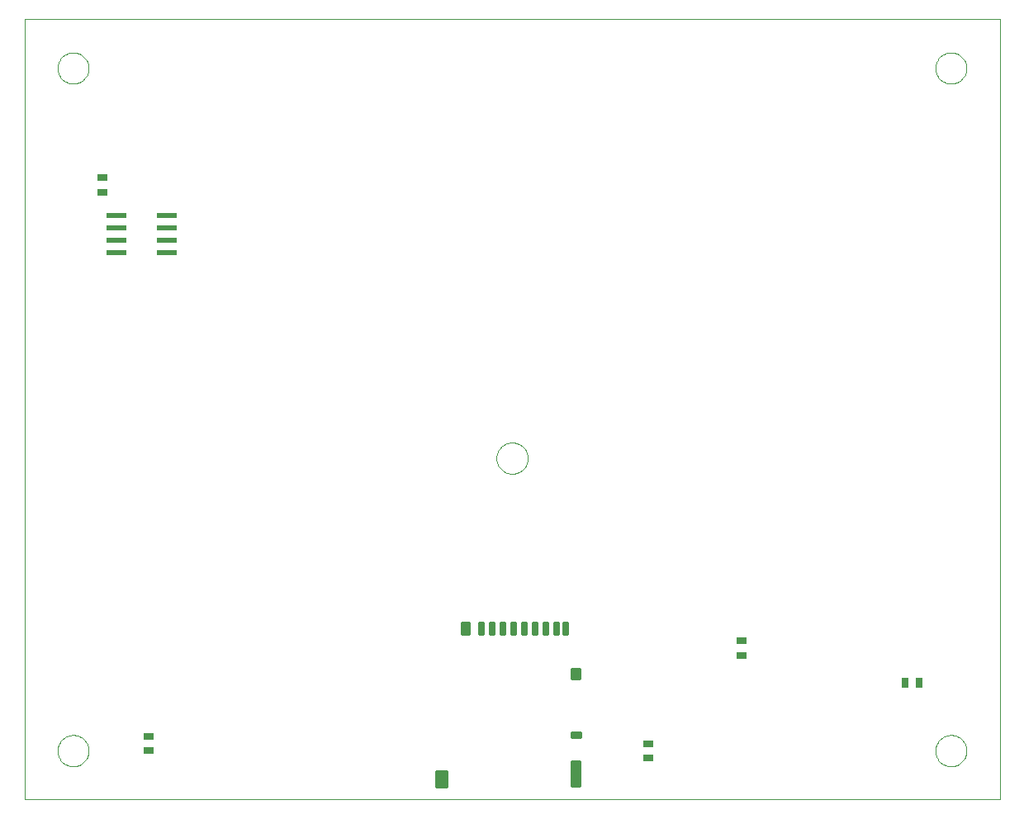
<source format=gbp>
G75*
%MOIN*%
%OFA0B0*%
%FSLAX24Y24*%
%IPPOS*%
%LPD*%
%AMOC8*
5,1,8,0,0,1.08239X$1,22.5*
%
%ADD10C,0.0000*%
%ADD11R,0.0394X0.0315*%
%ADD12C,0.0130*%
%ADD13C,0.0165*%
%ADD14C,0.0094*%
%ADD15C,0.0102*%
%ADD16C,0.0118*%
%ADD17R,0.0787X0.0236*%
%ADD18R,0.0315X0.0394*%
D10*
X000179Y000847D02*
X000179Y032343D01*
X039549Y032343D01*
X039549Y000847D01*
X000179Y000847D01*
X001517Y002816D02*
X001519Y002866D01*
X001525Y002916D01*
X001535Y002965D01*
X001549Y003013D01*
X001566Y003060D01*
X001587Y003105D01*
X001612Y003149D01*
X001640Y003190D01*
X001672Y003229D01*
X001706Y003266D01*
X001743Y003300D01*
X001783Y003330D01*
X001825Y003357D01*
X001869Y003381D01*
X001915Y003402D01*
X001962Y003418D01*
X002010Y003431D01*
X002060Y003440D01*
X002109Y003445D01*
X002160Y003446D01*
X002210Y003443D01*
X002259Y003436D01*
X002308Y003425D01*
X002356Y003410D01*
X002402Y003392D01*
X002447Y003370D01*
X002490Y003344D01*
X002531Y003315D01*
X002570Y003283D01*
X002606Y003248D01*
X002638Y003210D01*
X002668Y003170D01*
X002695Y003127D01*
X002718Y003083D01*
X002737Y003037D01*
X002753Y002989D01*
X002765Y002940D01*
X002773Y002891D01*
X002777Y002841D01*
X002777Y002791D01*
X002773Y002741D01*
X002765Y002692D01*
X002753Y002643D01*
X002737Y002595D01*
X002718Y002549D01*
X002695Y002505D01*
X002668Y002462D01*
X002638Y002422D01*
X002606Y002384D01*
X002570Y002349D01*
X002531Y002317D01*
X002490Y002288D01*
X002447Y002262D01*
X002402Y002240D01*
X002356Y002222D01*
X002308Y002207D01*
X002259Y002196D01*
X002210Y002189D01*
X002160Y002186D01*
X002109Y002187D01*
X002060Y002192D01*
X002010Y002201D01*
X001962Y002214D01*
X001915Y002230D01*
X001869Y002251D01*
X001825Y002275D01*
X001783Y002302D01*
X001743Y002332D01*
X001706Y002366D01*
X001672Y002403D01*
X001640Y002442D01*
X001612Y002483D01*
X001587Y002527D01*
X001566Y002572D01*
X001549Y002619D01*
X001535Y002667D01*
X001525Y002716D01*
X001519Y002766D01*
X001517Y002816D01*
X019234Y014627D02*
X019236Y014677D01*
X019242Y014727D01*
X019252Y014776D01*
X019266Y014824D01*
X019283Y014871D01*
X019304Y014916D01*
X019329Y014960D01*
X019357Y015001D01*
X019389Y015040D01*
X019423Y015077D01*
X019460Y015111D01*
X019500Y015141D01*
X019542Y015168D01*
X019586Y015192D01*
X019632Y015213D01*
X019679Y015229D01*
X019727Y015242D01*
X019777Y015251D01*
X019826Y015256D01*
X019877Y015257D01*
X019927Y015254D01*
X019976Y015247D01*
X020025Y015236D01*
X020073Y015221D01*
X020119Y015203D01*
X020164Y015181D01*
X020207Y015155D01*
X020248Y015126D01*
X020287Y015094D01*
X020323Y015059D01*
X020355Y015021D01*
X020385Y014981D01*
X020412Y014938D01*
X020435Y014894D01*
X020454Y014848D01*
X020470Y014800D01*
X020482Y014751D01*
X020490Y014702D01*
X020494Y014652D01*
X020494Y014602D01*
X020490Y014552D01*
X020482Y014503D01*
X020470Y014454D01*
X020454Y014406D01*
X020435Y014360D01*
X020412Y014316D01*
X020385Y014273D01*
X020355Y014233D01*
X020323Y014195D01*
X020287Y014160D01*
X020248Y014128D01*
X020207Y014099D01*
X020164Y014073D01*
X020119Y014051D01*
X020073Y014033D01*
X020025Y014018D01*
X019976Y014007D01*
X019927Y014000D01*
X019877Y013997D01*
X019826Y013998D01*
X019777Y014003D01*
X019727Y014012D01*
X019679Y014025D01*
X019632Y014041D01*
X019586Y014062D01*
X019542Y014086D01*
X019500Y014113D01*
X019460Y014143D01*
X019423Y014177D01*
X019389Y014214D01*
X019357Y014253D01*
X019329Y014294D01*
X019304Y014338D01*
X019283Y014383D01*
X019266Y014430D01*
X019252Y014478D01*
X019242Y014527D01*
X019236Y014577D01*
X019234Y014627D01*
X036950Y002816D02*
X036952Y002866D01*
X036958Y002916D01*
X036968Y002965D01*
X036982Y003013D01*
X036999Y003060D01*
X037020Y003105D01*
X037045Y003149D01*
X037073Y003190D01*
X037105Y003229D01*
X037139Y003266D01*
X037176Y003300D01*
X037216Y003330D01*
X037258Y003357D01*
X037302Y003381D01*
X037348Y003402D01*
X037395Y003418D01*
X037443Y003431D01*
X037493Y003440D01*
X037542Y003445D01*
X037593Y003446D01*
X037643Y003443D01*
X037692Y003436D01*
X037741Y003425D01*
X037789Y003410D01*
X037835Y003392D01*
X037880Y003370D01*
X037923Y003344D01*
X037964Y003315D01*
X038003Y003283D01*
X038039Y003248D01*
X038071Y003210D01*
X038101Y003170D01*
X038128Y003127D01*
X038151Y003083D01*
X038170Y003037D01*
X038186Y002989D01*
X038198Y002940D01*
X038206Y002891D01*
X038210Y002841D01*
X038210Y002791D01*
X038206Y002741D01*
X038198Y002692D01*
X038186Y002643D01*
X038170Y002595D01*
X038151Y002549D01*
X038128Y002505D01*
X038101Y002462D01*
X038071Y002422D01*
X038039Y002384D01*
X038003Y002349D01*
X037964Y002317D01*
X037923Y002288D01*
X037880Y002262D01*
X037835Y002240D01*
X037789Y002222D01*
X037741Y002207D01*
X037692Y002196D01*
X037643Y002189D01*
X037593Y002186D01*
X037542Y002187D01*
X037493Y002192D01*
X037443Y002201D01*
X037395Y002214D01*
X037348Y002230D01*
X037302Y002251D01*
X037258Y002275D01*
X037216Y002302D01*
X037176Y002332D01*
X037139Y002366D01*
X037105Y002403D01*
X037073Y002442D01*
X037045Y002483D01*
X037020Y002527D01*
X036999Y002572D01*
X036982Y002619D01*
X036968Y002667D01*
X036958Y002716D01*
X036952Y002766D01*
X036950Y002816D01*
X036950Y030375D02*
X036952Y030425D01*
X036958Y030475D01*
X036968Y030524D01*
X036982Y030572D01*
X036999Y030619D01*
X037020Y030664D01*
X037045Y030708D01*
X037073Y030749D01*
X037105Y030788D01*
X037139Y030825D01*
X037176Y030859D01*
X037216Y030889D01*
X037258Y030916D01*
X037302Y030940D01*
X037348Y030961D01*
X037395Y030977D01*
X037443Y030990D01*
X037493Y030999D01*
X037542Y031004D01*
X037593Y031005D01*
X037643Y031002D01*
X037692Y030995D01*
X037741Y030984D01*
X037789Y030969D01*
X037835Y030951D01*
X037880Y030929D01*
X037923Y030903D01*
X037964Y030874D01*
X038003Y030842D01*
X038039Y030807D01*
X038071Y030769D01*
X038101Y030729D01*
X038128Y030686D01*
X038151Y030642D01*
X038170Y030596D01*
X038186Y030548D01*
X038198Y030499D01*
X038206Y030450D01*
X038210Y030400D01*
X038210Y030350D01*
X038206Y030300D01*
X038198Y030251D01*
X038186Y030202D01*
X038170Y030154D01*
X038151Y030108D01*
X038128Y030064D01*
X038101Y030021D01*
X038071Y029981D01*
X038039Y029943D01*
X038003Y029908D01*
X037964Y029876D01*
X037923Y029847D01*
X037880Y029821D01*
X037835Y029799D01*
X037789Y029781D01*
X037741Y029766D01*
X037692Y029755D01*
X037643Y029748D01*
X037593Y029745D01*
X037542Y029746D01*
X037493Y029751D01*
X037443Y029760D01*
X037395Y029773D01*
X037348Y029789D01*
X037302Y029810D01*
X037258Y029834D01*
X037216Y029861D01*
X037176Y029891D01*
X037139Y029925D01*
X037105Y029962D01*
X037073Y030001D01*
X037045Y030042D01*
X037020Y030086D01*
X036999Y030131D01*
X036982Y030178D01*
X036968Y030226D01*
X036958Y030275D01*
X036952Y030325D01*
X036950Y030375D01*
X001517Y030375D02*
X001519Y030425D01*
X001525Y030475D01*
X001535Y030524D01*
X001549Y030572D01*
X001566Y030619D01*
X001587Y030664D01*
X001612Y030708D01*
X001640Y030749D01*
X001672Y030788D01*
X001706Y030825D01*
X001743Y030859D01*
X001783Y030889D01*
X001825Y030916D01*
X001869Y030940D01*
X001915Y030961D01*
X001962Y030977D01*
X002010Y030990D01*
X002060Y030999D01*
X002109Y031004D01*
X002160Y031005D01*
X002210Y031002D01*
X002259Y030995D01*
X002308Y030984D01*
X002356Y030969D01*
X002402Y030951D01*
X002447Y030929D01*
X002490Y030903D01*
X002531Y030874D01*
X002570Y030842D01*
X002606Y030807D01*
X002638Y030769D01*
X002668Y030729D01*
X002695Y030686D01*
X002718Y030642D01*
X002737Y030596D01*
X002753Y030548D01*
X002765Y030499D01*
X002773Y030450D01*
X002777Y030400D01*
X002777Y030350D01*
X002773Y030300D01*
X002765Y030251D01*
X002753Y030202D01*
X002737Y030154D01*
X002718Y030108D01*
X002695Y030064D01*
X002668Y030021D01*
X002638Y029981D01*
X002606Y029943D01*
X002570Y029908D01*
X002531Y029876D01*
X002490Y029847D01*
X002447Y029821D01*
X002402Y029799D01*
X002356Y029781D01*
X002308Y029766D01*
X002259Y029755D01*
X002210Y029748D01*
X002160Y029745D01*
X002109Y029746D01*
X002060Y029751D01*
X002010Y029760D01*
X001962Y029773D01*
X001915Y029789D01*
X001869Y029810D01*
X001825Y029834D01*
X001783Y029861D01*
X001743Y029891D01*
X001706Y029925D01*
X001672Y029962D01*
X001640Y030001D01*
X001612Y030042D01*
X001587Y030086D01*
X001566Y030131D01*
X001549Y030178D01*
X001535Y030226D01*
X001525Y030275D01*
X001519Y030325D01*
X001517Y030375D01*
D11*
X003328Y025946D03*
X003328Y025355D03*
X029116Y007245D03*
X029116Y006654D03*
X025376Y003091D03*
X025376Y002540D03*
X005191Y002831D03*
X005191Y003383D03*
D12*
X022292Y002367D02*
X022594Y002367D01*
X022594Y001395D01*
X022292Y001395D01*
X022292Y002367D01*
X022292Y001524D02*
X022594Y001524D01*
X022594Y001653D02*
X022292Y001653D01*
X022292Y001782D02*
X022594Y001782D01*
X022594Y001911D02*
X022292Y001911D01*
X022292Y002040D02*
X022594Y002040D01*
X022594Y002169D02*
X022292Y002169D01*
X022292Y002298D02*
X022594Y002298D01*
X022594Y006077D02*
X022292Y006077D01*
X022594Y006077D02*
X022594Y005735D01*
X022292Y005735D01*
X022292Y006077D01*
X022292Y005864D02*
X022594Y005864D01*
X022594Y005993D02*
X022292Y005993D01*
D13*
X017202Y001966D02*
X016816Y001966D01*
X017202Y001966D02*
X017202Y001382D01*
X016816Y001382D01*
X016816Y001966D01*
X016816Y001546D02*
X017202Y001546D01*
X017202Y001710D02*
X016816Y001710D01*
X016816Y001874D02*
X017202Y001874D01*
D14*
X022274Y003575D02*
X022612Y003575D01*
X022612Y003355D01*
X022274Y003355D01*
X022274Y003575D01*
X022274Y003448D02*
X022612Y003448D01*
X022612Y003541D02*
X022274Y003541D01*
D15*
X022086Y007981D02*
X021932Y007981D01*
X022086Y007981D02*
X022086Y007533D01*
X021932Y007533D01*
X021932Y007981D01*
X021932Y007634D02*
X022086Y007634D01*
X022086Y007735D02*
X021932Y007735D01*
X021932Y007836D02*
X022086Y007836D01*
X022086Y007937D02*
X021932Y007937D01*
X021712Y007981D02*
X021558Y007981D01*
X021712Y007981D02*
X021712Y007533D01*
X021558Y007533D01*
X021558Y007981D01*
X021558Y007634D02*
X021712Y007634D01*
X021712Y007735D02*
X021558Y007735D01*
X021558Y007836D02*
X021712Y007836D01*
X021712Y007937D02*
X021558Y007937D01*
X021279Y007981D02*
X021125Y007981D01*
X021279Y007981D02*
X021279Y007533D01*
X021125Y007533D01*
X021125Y007981D01*
X021125Y007634D02*
X021279Y007634D01*
X021279Y007735D02*
X021125Y007735D01*
X021125Y007836D02*
X021279Y007836D01*
X021279Y007937D02*
X021125Y007937D01*
X020846Y007981D02*
X020692Y007981D01*
X020846Y007981D02*
X020846Y007533D01*
X020692Y007533D01*
X020692Y007981D01*
X020692Y007634D02*
X020846Y007634D01*
X020846Y007735D02*
X020692Y007735D01*
X020692Y007836D02*
X020846Y007836D01*
X020846Y007937D02*
X020692Y007937D01*
X020413Y007981D02*
X020259Y007981D01*
X020413Y007981D02*
X020413Y007533D01*
X020259Y007533D01*
X020259Y007981D01*
X020259Y007634D02*
X020413Y007634D01*
X020413Y007735D02*
X020259Y007735D01*
X020259Y007836D02*
X020413Y007836D01*
X020413Y007937D02*
X020259Y007937D01*
X019980Y007981D02*
X019826Y007981D01*
X019980Y007981D02*
X019980Y007533D01*
X019826Y007533D01*
X019826Y007981D01*
X019826Y007634D02*
X019980Y007634D01*
X019980Y007735D02*
X019826Y007735D01*
X019826Y007836D02*
X019980Y007836D01*
X019980Y007937D02*
X019826Y007937D01*
X019547Y007981D02*
X019393Y007981D01*
X019547Y007981D02*
X019547Y007533D01*
X019393Y007533D01*
X019393Y007981D01*
X019393Y007634D02*
X019547Y007634D01*
X019547Y007735D02*
X019393Y007735D01*
X019393Y007836D02*
X019547Y007836D01*
X019547Y007937D02*
X019393Y007937D01*
X019114Y007981D02*
X018960Y007981D01*
X019114Y007981D02*
X019114Y007533D01*
X018960Y007533D01*
X018960Y007981D01*
X018960Y007634D02*
X019114Y007634D01*
X019114Y007735D02*
X018960Y007735D01*
X018960Y007836D02*
X019114Y007836D01*
X019114Y007937D02*
X018960Y007937D01*
X018681Y007981D02*
X018527Y007981D01*
X018681Y007981D02*
X018681Y007533D01*
X018527Y007533D01*
X018527Y007981D01*
X018527Y007634D02*
X018681Y007634D01*
X018681Y007735D02*
X018527Y007735D01*
X018527Y007836D02*
X018681Y007836D01*
X018681Y007937D02*
X018527Y007937D01*
D16*
X018132Y007973D02*
X017856Y007973D01*
X018132Y007973D02*
X018132Y007541D01*
X017856Y007541D01*
X017856Y007973D01*
X017856Y007658D02*
X018132Y007658D01*
X018132Y007775D02*
X017856Y007775D01*
X017856Y007892D02*
X018132Y007892D01*
D17*
X005927Y022932D03*
X005927Y023432D03*
X005927Y023932D03*
X005927Y024432D03*
X003880Y024432D03*
X003880Y023932D03*
X003880Y023432D03*
X003880Y022932D03*
D18*
X035730Y005572D03*
X036281Y005572D03*
M02*

</source>
